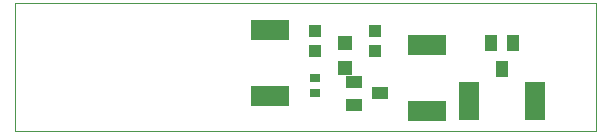
<source format=gtp>
G75*
%MOIN*%
%OFA0B0*%
%FSLAX25Y25*%
%IPPOS*%
%LPD*%
%AMOC8*
5,1,8,0,0,1.08239X$1,22.5*
%
%ADD10C,0.00000*%
%ADD11R,0.03543X0.02756*%
%ADD12R,0.04331X0.03937*%
%ADD13R,0.12598X0.07087*%
%ADD14R,0.07087X0.12598*%
%ADD15R,0.03937X0.05512*%
%ADD16R,0.05512X0.03937*%
%ADD17R,0.04724X0.04724*%
D10*
X0001937Y0003333D02*
X0001937Y0045794D01*
X0195638Y0045794D01*
X0195638Y0003333D01*
X0001937Y0003333D01*
D11*
X0101937Y0015774D03*
X0101937Y0020892D03*
D12*
X0101937Y0029987D03*
X0121937Y0029987D03*
X0121937Y0036680D03*
X0101937Y0036680D03*
D13*
X0086937Y0036857D03*
X0139437Y0031857D03*
X0086937Y0014810D03*
X0139437Y0009810D03*
D14*
X0153413Y0013333D03*
X0175461Y0013333D03*
D15*
X0164437Y0024003D03*
X0160697Y0032664D03*
X0168177Y0032664D03*
D16*
X0115106Y0019573D03*
X0123768Y0015833D03*
X0115106Y0012093D03*
D17*
X0111937Y0024199D03*
X0111937Y0032467D03*
M02*

</source>
